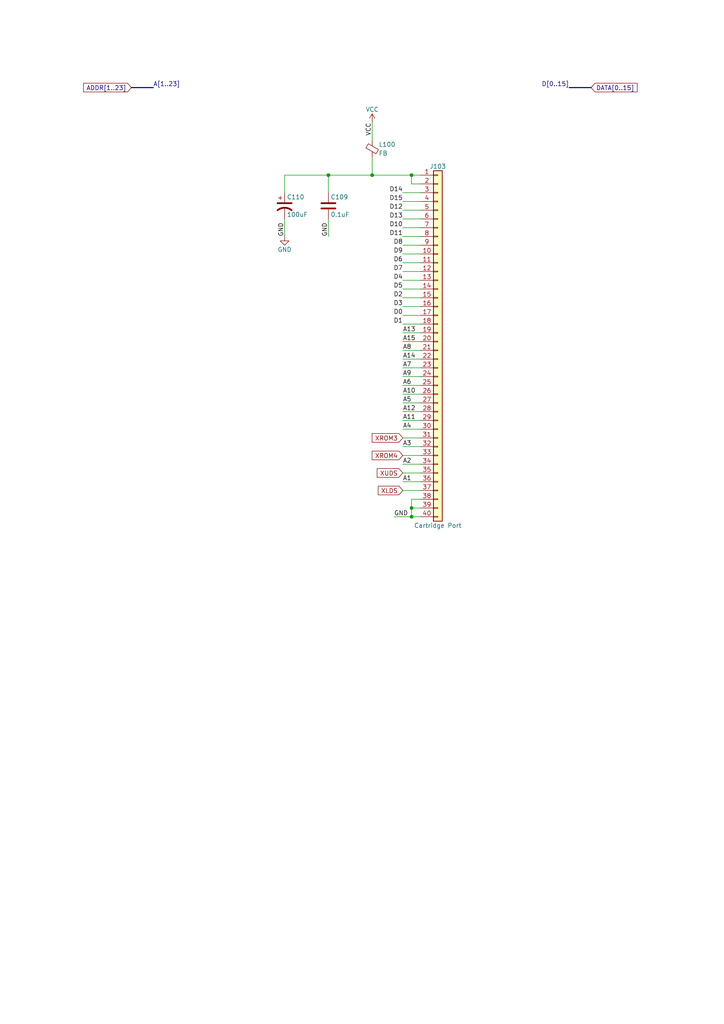
<source format=kicad_sch>
(kicad_sch (version 20230121) (generator eeschema)
  (paper "A4" portrait)
  (title_block (title "Converted schematics of Atari STE") (date "2021-08-31") (rev "1.0.0") (comment 1 "Reference : C300780-001"))
  (lib_symbols
    (symbol "Connector_Generic:Conn_01x40" (pin_names (offset 1.016) hide)
      (property "Reference" "J" (at 0 50.8 0))
      (property "Value" "Conn_01x40" (at 0 -53.34 0))
      (symbol "Conn_01x40_1_1"
        (rectangle (start -1.27 -50.673) (end 0 -50.927) (stroke (width 0.1524)))
        (rectangle (start -1.27 -48.133) (end 0 -48.387) (stroke (width 0.1524)))
        (rectangle (start -1.27 -45.593) (end 0 -45.847) (stroke (width 0.1524)))
        (rectangle (start -1.27 -43.053) (end 0 -43.307) (stroke (width 0.1524)))
        (rectangle (start -1.27 -40.513) (end 0 -40.767) (stroke (width 0.1524)))
        (rectangle (start -1.27 -37.973) (end 0 -38.227) (stroke (width 0.1524)))
        (rectangle (start -1.27 -35.433) (end 0 -35.687) (stroke (width 0.1524)))
        (rectangle (start -1.27 -32.893) (end 0 -33.147) (stroke (width 0.1524)))
        (rectangle (start -1.27 -30.353) (end 0 -30.607) (stroke (width 0.1524)))
        (rectangle (start -1.27 -27.813) (end 0 -28.067) (stroke (width 0.1524)))
        (rectangle (start -1.27 -25.273) (end 0 -25.527) (stroke (width 0.1524)))
        (rectangle (start -1.27 -22.733) (end 0 -22.987) (stroke (width 0.1524)))
        (rectangle (start -1.27 -20.193) (end 0 -20.447) (stroke (width 0.1524)))
        (rectangle (start -1.27 -17.653) (end 0 -17.907) (stroke (width 0.1524)))
        (rectangle (start -1.27 -15.113) (end 0 -15.367) (stroke (width 0.1524)))
        (rectangle (start -1.27 -12.573) (end 0 -12.827) (stroke (width 0.1524)))
        (rectangle (start -1.27 -10.033) (end 0 -10.287) (stroke (width 0.1524)))
        (rectangle (start -1.27 -7.493) (end 0 -7.747) (stroke (width 0.1524)))
        (rectangle (start -1.27 -4.953) (end 0 -5.207) (stroke (width 0.1524)))
        (rectangle (start -1.27 -2.413) (end 0 -2.667) (stroke (width 0.1524)))
        (rectangle (start -1.27 0.127) (end 0 -0.127) (stroke (width 0.1524)))
        (rectangle (start -1.27 2.667) (end 0 2.413) (stroke (width 0.1524)))
        (rectangle (start -1.27 5.207) (end 0 4.953) (stroke (width 0.1524)))
        (rectangle (start -1.27 7.747) (end 0 7.493) (stroke (width 0.1524)))
        (rectangle (start -1.27 10.287) (end 0 10.033) (stroke (width 0.1524)))
        (rectangle (start -1.27 12.827) (end 0 12.573) (stroke (width 0.1524)))
        (rectangle (start -1.27 15.367) (end 0 15.113) (stroke (width 0.1524)))
        (rectangle (start -1.27 17.907) (end 0 17.653) (stroke (width 0.1524)))
        (rectangle (start -1.27 20.447) (end 0 20.193) (stroke (width 0.1524)))
        (rectangle (start -1.27 22.987) (end 0 22.733) (stroke (width 0.1524)))
        (rectangle (start -1.27 25.527) (end 0 25.273) (stroke (width 0.1524)))
        (rectangle (start -1.27 28.067) (end 0 27.813) (stroke (width 0.1524)))
        (rectangle (start -1.27 30.607) (end 0 30.353) (stroke (width 0.1524)))
        (rectangle (start -1.27 33.147) (end 0 32.893) (stroke (width 0.1524)))
        (rectangle (start -1.27 35.687) (end 0 35.433) (stroke (width 0.1524)))
        (rectangle (start -1.27 38.227) (end 0 37.973) (stroke (width 0.1524)))
        (rectangle (start -1.27 40.767) (end 0 40.513) (stroke (width 0.1524)))
        (rectangle (start -1.27 43.307) (end 0 43.053) (stroke (width 0.1524)))
        (rectangle (start -1.27 45.847) (end 0 45.593) (stroke (width 0.1524)))
        (rectangle (start -1.27 48.387) (end 0 48.133) (stroke (width 0.1524)))
        (rectangle (start -1.27 49.53) (end 1.27 -52.07) (stroke (width 0.254)) (fill (type background)))
        (pin passive line (at -5.08 48.26 0) (length 3.81) (name "Pin_1") (number "1"))
        (pin passive line (at -5.08 25.4 0) (length 3.81) (name "Pin_10") (number "10"))
        (pin passive line (at -5.08 22.86 0) (length 3.81) (name "Pin_11") (number "11"))
        (pin passive line (at -5.08 20.32 0) (length 3.81) (name "Pin_12") (number "12"))
        (pin passive line (at -5.08 17.78 0) (length 3.81) (name "Pin_13") (number "13"))
        (pin passive line (at -5.08 15.24 0) (length 3.81) (name "Pin_14") (number "14"))
        (pin passive line (at -5.08 12.7 0) (length 3.81) (name "Pin_15") (number "15"))
        (pin passive line (at -5.08 10.16 0) (length 3.81) (name "Pin_16") (number "16"))
        (pin passive line (at -5.08 7.62 0) (length 3.81) (name "Pin_17") (number "17"))
        (pin passive line (at -5.08 5.08 0) (length 3.81) (name "Pin_18") (number "18"))
        (pin passive line (at -5.08 2.54 0) (length 3.81) (name "Pin_19") (number "19"))
        (pin passive line (at -5.08 45.72 0) (length 3.81) (name "Pin_2") (number "2"))
        (pin passive line (at -5.08 0 0) (length 3.81) (name "Pin_20") (number "20"))
        (pin passive line (at -5.08 -2.54 0) (length 3.81) (name "Pin_21") (number "21"))
        (pin passive line (at -5.08 -5.08 0) (length 3.81) (name "Pin_22") (number "22"))
        (pin passive line (at -5.08 -7.62 0) (length 3.81) (name "Pin_23") (number "23"))
        (pin passive line (at -5.08 -10.16 0) (length 3.81) (name "Pin_24") (number "24"))
        (pin passive line (at -5.08 -12.7 0) (length 3.81) (name "Pin_25") (number "25"))
        (pin passive line (at -5.08 -15.24 0) (length 3.81) (name "Pin_26") (number "26"))
        (pin passive line (at -5.08 -17.78 0) (length 3.81) (name "Pin_27") (number "27"))
        (pin passive line (at -5.08 -20.32 0) (length 3.81) (name "Pin_28") (number "28"))
        (pin passive line (at -5.08 -22.86 0) (length 3.81) (name "Pin_29") (number "29"))
        (pin passive line (at -5.08 43.18 0) (length 3.81) (name "Pin_3") (number "3"))
        (pin passive line (at -5.08 -25.4 0) (length 3.81) (name "Pin_30") (number "30"))
        (pin passive line (at -5.08 -27.94 0) (length 3.81) (name "Pin_31") (number "31"))
        (pin passive line (at -5.08 -30.48 0) (length 3.81) (name "Pin_32") (number "32"))
        (pin passive line (at -5.08 -33.02 0) (length 3.81) (name "Pin_33") (number "33"))
        (pin passive line (at -5.08 -35.56 0) (length 3.81) (name "Pin_34") (number "34"))
        (pin passive line (at -5.08 -38.1 0) (length 3.81) (name "Pin_35") (number "35"))
        (pin passive line (at -5.08 -40.64 0) (length 3.81) (name "Pin_36") (number "36"))
        (pin passive line (at -5.08 -43.18 0) (length 3.81) (name "Pin_37") (number "37"))
        (pin passive line (at -5.08 -45.72 0) (length 3.81) (name "Pin_38") (number "38"))
        (pin passive line (at -5.08 -48.26 0) (length 3.81) (name "Pin_39") (number "39"))
        (pin passive line (at -5.08 40.64 0) (length 3.81) (name "Pin_4") (number "4"))
        (pin passive line (at -5.08 -50.8 0) (length 3.81) (name "Pin_40") (number "40"))
        (pin passive line (at -5.08 38.1 0) (length 3.81) (name "Pin_5") (number "5"))
        (pin passive line (at -5.08 35.56 0) (length 3.81) (name "Pin_6") (number "6"))
        (pin passive line (at -5.08 33.02 0) (length 3.81) (name "Pin_7") (number "7"))
        (pin passive line (at -5.08 30.48 0) (length 3.81) (name "Pin_8") (number "8"))
        (pin passive line (at -5.08 27.94 0) (length 3.81) (name "Pin_9") (number "9"))
      )
    )
    (symbol "Device:C" (pin_numbers hide) (pin_names (offset 0.254))
      (property "Reference" "C" (at 0.635 2.54 0))
      (property "Value" "C" (at 0.635 -2.54 0))
      (symbol "C_0_1"
        (polyline (pts (xy -2.032 -0.762) (xy 2.032 -0.762)) (stroke (width 0.508)))
        (polyline (pts (xy -2.032 0.762) (xy 2.032 0.762)) (stroke (width 0.508)))
      )
      (symbol "C_1_1"
        (pin passive line (at 0 3.81 270) (length 2.794) (name "~") (number "1"))
        (pin passive line (at 0 -3.81 90) (length 2.794) (name "~") (number "2"))
      )
    )
    (symbol "Device:CP1" (pin_numbers hide) (pin_names (offset 0.254) hide)
      (property "Reference" "C" (at 0.635 2.54 0))
      (property "Value" "Device_CP1" (at 0.635 -2.54 0))
      (symbol "CP1_0_1"
        (polyline (pts (xy -2.032 0.762) (xy 2.032 0.762)) (stroke (width 0.508)))
        (polyline (pts (xy -1.778 2.286) (xy -0.762 2.286)))
        (polyline (pts (xy -1.27 1.778) (xy -1.27 2.794)))
        (arc (start 2.032 -1.27) (mid 0 -0.5572) (end -2.032 -1.27) (stroke (width 0.508)))
      )
      (symbol "CP1_1_1"
        (pin passive line (at 0 3.81 270) (length 2.794) (name "~") (number "1"))
        (pin passive line (at 0 -3.81 90) (length 3.302) (name "~") (number "2"))
      )
    )
    (symbol "Device:Ferrite_Bead_Small" (pin_numbers hide) (pin_names (offset 0))
      (property "Reference" "FB" (at 1.905 1.27 0))
      (property "Value" "Device_Ferrite_Bead_Small" (at 1.905 -1.27 0))
      (symbol "Ferrite_Bead_Small_0_1"
        (polyline (pts (xy 0 -1.27) (xy 0 -0.7874)))
        (polyline (pts (xy 0 0.889) (xy 0 1.2954)))
        (polyline (pts (xy -1.8288 0.2794) (xy -1.1176 1.4986) (xy 1.8288 -0.2032) (xy 1.1176 -1.4224) (xy -1.8288 0.2794)))
      )
      (symbol "Ferrite_Bead_Small_1_1"
        (pin passive line (at 0 2.54 270) (length 1.27) (name "~") (number "1"))
        (pin passive line (at 0 -2.54 90) (length 1.27) (name "~") (number "2"))
      )
    )
    (symbol "power:GND" (power) (pin_names (offset 0))
      (property "Value" "GND" (at 0 -3.81 0))
      (symbol "GND_0_1"
        (polyline (pts (xy 0 0) (xy 0 -1.27) (xy 1.27 -1.27) (xy 0 -2.54) (xy -1.27 -1.27) (xy 0 -1.27)))
      )
      (symbol "GND_1_1"
        (pin power_in line (at 0 0 270) (length 0) hide (name "GND") (number "1"))
      )
    )
    (symbol "power:VCC" (power) (pin_names (offset 0))
      (property "Value" "VCC" (at 0 3.81 0))
      (symbol "VCC_0_1"
        (polyline (pts (xy -0.762 1.27) (xy 0 2.54)))
        (polyline (pts (xy 0 0) (xy 0 2.54)))
        (polyline (pts (xy 0 2.54) (xy 0.762 1.27)))
      )
      (symbol "VCC_1_1"
        (pin power_in line (at 0 0 90) (length 0) hide (name "VCC") (number "1"))
      )
    )
  )
  (junction (at 119.38 50.8))
  (junction (at 95.25 50.8))
  (junction (at 107.95 50.8))
  (junction (at 119.38 149.86))
  (junction (at 119.38 147.32))
  (wire (pts (xy 116.84 137.16) (xy 121.92 137.16)))
  (bus (pts (xy 165.1 25.4) (xy 171.45 25.4)))
  (wire (pts (xy 116.84 124.46) (xy 121.92 124.46)))
  (wire (pts (xy 119.38 149.86) (xy 119.38 147.32)))
  (wire (pts (xy 119.38 50.8) (xy 121.92 50.8)))
  (wire (pts (xy 119.38 147.32) (xy 121.92 147.32)))
  (wire (pts (xy 116.84 88.9) (xy 121.92 88.9)))
  (wire (pts (xy 116.84 81.28) (xy 121.92 81.28)))
  (wire (pts (xy 116.84 127) (xy 121.92 127)))
  (wire (pts (xy 82.55 68.58) (xy 82.55 63.5)))
  (wire (pts (xy 107.95 50.8) (xy 119.38 50.8)))
  (wire (pts (xy 116.84 101.6) (xy 121.92 101.6)))
  (wire (pts (xy 116.84 78.74) (xy 121.92 78.74)))
  (wire (pts (xy 116.84 83.82) (xy 121.92 83.82)))
  (wire (pts (xy 116.84 111.76) (xy 121.92 111.76)))
  (wire (pts (xy 116.84 119.38) (xy 121.92 119.38)))
  (wire (pts (xy 116.84 93.98) (xy 121.92 93.98)))
  (wire (pts (xy 116.84 66.04) (xy 121.92 66.04)))
  (wire (pts (xy 114.3 149.86) (xy 119.38 149.86)))
  (wire (pts (xy 116.84 134.62) (xy 121.92 134.62)))
  (wire (pts (xy 116.84 109.22) (xy 121.92 109.22)))
  (wire (pts (xy 119.38 144.78) (xy 121.92 144.78)))
  (wire (pts (xy 116.84 114.3) (xy 121.92 114.3)))
  (wire (pts (xy 116.84 76.2) (xy 121.92 76.2)))
  (wire (pts (xy 116.84 129.54) (xy 121.92 129.54)))
  (wire (pts (xy 119.38 147.32) (xy 119.38 144.78)))
  (bus (pts (xy 38.1 25.4) (xy 44.45 25.4)))
  (wire (pts (xy 116.84 60.96) (xy 121.92 60.96)))
  (wire (pts (xy 116.84 139.7) (xy 121.92 139.7)))
  (wire (pts (xy 116.84 68.58) (xy 121.92 68.58)))
  (wire (pts (xy 107.95 40.64) (xy 107.95 35.56)))
  (wire (pts (xy 116.84 73.66) (xy 121.92 73.66)))
  (wire (pts (xy 119.38 53.34) (xy 121.92 53.34)))
  (wire (pts (xy 116.84 63.5) (xy 121.92 63.5)))
  (wire (pts (xy 116.84 121.92) (xy 121.92 121.92)))
  (wire (pts (xy 116.84 104.14) (xy 121.92 104.14)))
  (wire (pts (xy 116.84 96.52) (xy 121.92 96.52)))
  (wire (pts (xy 116.84 132.08) (xy 121.92 132.08)))
  (wire (pts (xy 116.84 142.24) (xy 121.92 142.24)))
  (wire (pts (xy 116.84 91.44) (xy 121.92 91.44)))
  (wire (pts (xy 82.55 55.88) (xy 82.55 50.8)))
  (wire (pts (xy 116.84 99.06) (xy 121.92 99.06)))
  (wire (pts (xy 116.84 116.84) (xy 121.92 116.84)))
  (wire (pts (xy 116.84 55.88) (xy 121.92 55.88)))
  (wire (pts (xy 82.55 50.8) (xy 95.25 50.8)))
  (wire (pts (xy 95.25 55.88) (xy 95.25 50.8)))
  (wire (pts (xy 116.84 71.12) (xy 121.92 71.12)))
  (wire (pts (xy 116.84 106.68) (xy 121.92 106.68)))
  (wire (pts (xy 119.38 50.8) (xy 119.38 53.34)))
  (wire (pts (xy 116.84 86.36) (xy 121.92 86.36)))
  (wire (pts (xy 95.25 68.58) (xy 95.25 63.5)))
  (wire (pts (xy 116.84 58.42) (xy 121.92 58.42)))
  (wire (pts (xy 95.25 50.8) (xy 107.95 50.8)))
  (wire (pts (xy 107.95 50.8) (xy 107.95 45.72)))
  (wire (pts (xy 119.38 149.86) (xy 121.92 149.86)))
  (label "D12" (at 116.84 60.96 180))
  (label "GND" (at 82.55 68.58 90))
  (label "A5" (at 116.84 116.84 0))
  (label "A11" (at 116.84 121.92 0))
  (label "D5" (at 116.84 83.82 180))
  (label "A4" (at 116.84 124.46 0))
  (label "D13" (at 116.84 63.5 180))
  (label "A14" (at 116.84 104.14 0))
  (label "D15" (at 116.84 58.42 180))
  (label "GND" (at 95.25 68.58 90))
  (label "A10" (at 116.84 114.3 0))
  (label "D[0..15]" (at 165.1 25.4 180))
  (label "A7" (at 116.84 106.68 0))
  (label "A13" (at 116.84 96.52 0))
  (label "VCC" (at 107.95 35.56 270))
  (label "D14" (at 116.84 55.88 180))
  (label "A9" (at 116.84 109.22 0))
  (label "A2" (at 116.84 134.62 0))
  (label "D9" (at 116.84 73.66 180))
  (label "A1" (at 116.84 139.7 0))
  (label "A[1..23]" (at 44.45 25.4 0))
  (label "D0" (at 116.84 91.44 180))
  (label "A6" (at 116.84 111.76 0))
  (label "D6" (at 116.84 76.2 180))
  (label "D7" (at 116.84 78.74 180))
  (label "D1" (at 116.84 93.98 180))
  (label "D8" (at 116.84 71.12 180))
  (label "D4" (at 116.84 81.28 180))
  (label "D2" (at 116.84 86.36 180))
  (label "D3" (at 116.84 88.9 180))
  (label "GND" (at 114.3 149.86 0))
  (label "D11" (at 116.84 68.58 180))
  (label "A15" (at 116.84 99.06 0))
  (label "A12" (at 116.84 119.38 0))
  (label "D10" (at 116.84 66.04 180))
  (label "A8" (at 116.84 101.6 0))
  (label "A3" (at 116.84 129.54 0))
  (global_label "XROM4" (shape input) (at 116.84 132.08 180) (property "Intersheetrefs" "${INTERSHEET_REFS}" (effects hide)))
  (global_label "XROM3" (shape input) (at 116.84 127 180) (property "Intersheetrefs" "${INTERSHEET_REFS}" (effects hide)))
  (global_label "ADDR[1..23]" (shape input) (at 38.1 25.4 180) (property "Intersheetrefs" "${INTERSHEET_REFS}" (effects hide)))
  (global_label "DATA[0..15]" (shape input) (at 171.45 25.4 0) (property "Intersheetrefs" "${INTERSHEET_REFS}" (effects hide)))
  (global_label "XUDS" (shape input) (at 116.84 137.16 180) (property "Intersheetrefs" "${INTERSHEET_REFS}" (effects hide)))
  (global_label "XLDS" (shape input) (at 116.84 142.24 180) (property "Intersheetrefs" "${INTERSHEET_REFS}" (effects hide)))
  (symbol (lib_id "Device:Ferrite_Bead_Small") (at 107.95 43.18 0) (unit 1)
    (property "Reference" "L100" (at 109.855 41.91 0) (effects (justify left)))
    (property "Value" "FB" (at 109.855 44.45 0) (effects (justify left)))
    (property "Footprint" "commons_passives_THT:Passive_THT_ferrite_bead_W3.81mm_L15.24mm" (effects hide))
  )
  (symbol (lib_id "Device:C") (at 95.25 59.69 0) (unit 1)
    (property "Reference" "C109" (at 95.885 57.15 0) (effects (justify left)))
    (property "Value" "0.1uF" (at 95.885 62.23 0) (effects (justify left)))
    (property "Footprint" "commons_passives_THT:Passive_THT_capacitor_mlcc_W2.54mm_L7.62mm" (effects hide))
  )
  (symbol (lib_id "Device:CP1") (at 82.55 59.69 0) (unit 1)
    (property "Reference" "C110" (at 83.185 57.15 0) (effects (justify left)))
    (property "Value" "100uF" (at 83.185 62.23 0) (effects (justify left)))
    (property "Footprint" "commons_passives_THT:Passive_THT_capacitor_polarized_W6.35mm_L20.32mm" (effects hide))
  )
  (symbol (lib_id "Connector_Generic:Conn_01x40") (at 127 99.06 0) (unit 1)
    (property "Reference" "J103" (at 127 48.26 0))
    (property "Value" "Cartridge Port" (at 127 152.4 0))
    (property "Footprint" "atari-interconnect:socket-edge-pcb_40p_P2.01mm" (effects hide))
  )
  (symbol (lib_id "power:VCC") (at 107.95 35.56 0) (unit 1)
    (property "Reference" "#PWR031" (effects hide))
    (property "Value" "VCC" (at 107.95 31.75 0))
  )
  (symbol (lib_id "power:GND") (at 82.55 68.58 0) (unit 1)
    (property "Reference" "#PWR04" (effects hide))
    (property "Value" "GND" (at 82.55 72.39 0))
  )
)
</source>
